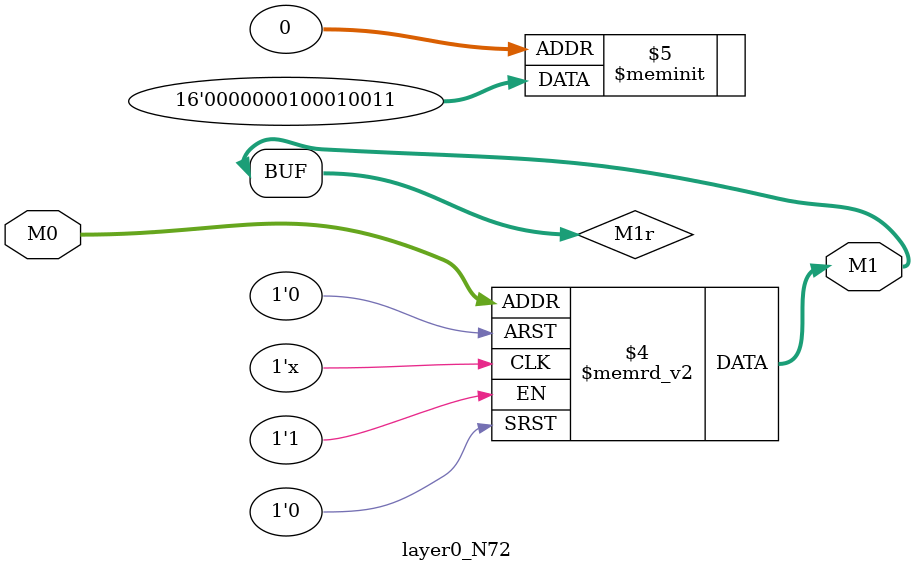
<source format=v>
module layer0_N72 ( input [2:0] M0, output [1:0] M1 );

	(*rom_style = "distributed" *) reg [1:0] M1r;
	assign M1 = M1r;
	always @ (M0) begin
		case (M0)
			3'b000: M1r = 2'b11;
			3'b100: M1r = 2'b01;
			3'b010: M1r = 2'b01;
			3'b110: M1r = 2'b00;
			3'b001: M1r = 2'b00;
			3'b101: M1r = 2'b00;
			3'b011: M1r = 2'b00;
			3'b111: M1r = 2'b00;

		endcase
	end
endmodule

</source>
